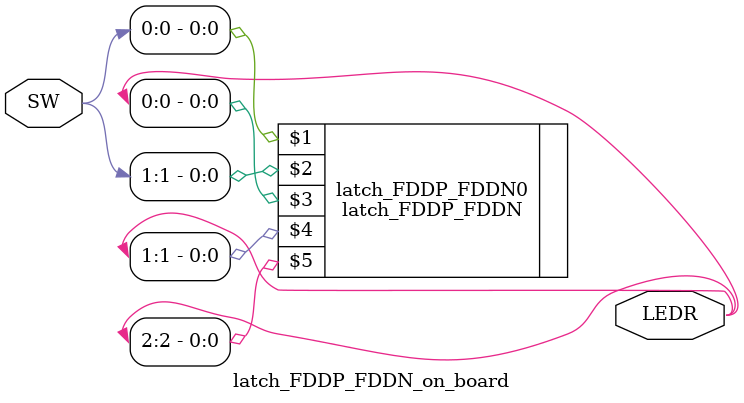
<source format=v>
module latch_FDDP_FDDN_on_board(input [1:0]SW,
											output [2:0] LEDR);
											
		latch_FDDP_FDDN latch_FDDP_FDDN0(SW[0], SW[1], LEDR[0], LEDR[1], LEDR[2]);
		
endmodule

</source>
